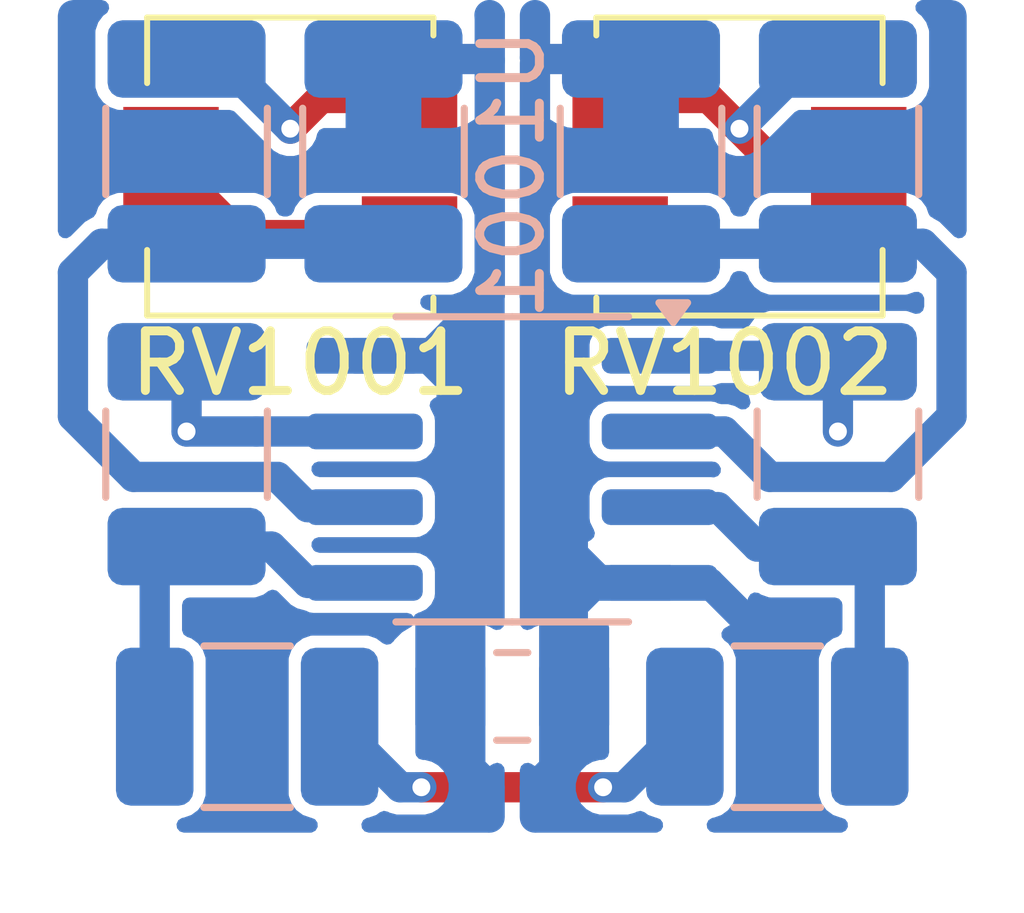
<source format=kicad_pcb>
(kicad_pcb (version 20240108) (generator "pcbnew") (generator_version "8.0")
  (layers (0 "F.Cu" mixed) (31 "B.Cu" mixed) (34 "B.Paste" user) (35 "F.Paste" user) (36 "B.SilkS" user "B.Silkscreen") (37 "F.SilkS" user "F.Silkscreen") (38 "B.Mask" user) (39 "F.Mask" user) (44 "Edge.Cuts" user))
  (net 0 "")
  (net 1 "+10V_compare-logic")
  (net 2 "-5V_compare-logic")
  (net 3 "/meas")
  (net 4 "/ule")
  (net 5 "/~{lle}")
  (net 6 "/ul")
  (net 7 "/ll")
  (net 8 "/u-")
  (net 9 "/upot")
  (net 10 "/lpot")
  (net 11 "/l-")
  (net 12 "/u+")
  (net 13 "/l+")
  (footprint "pss:Potentiometer_Bourns_PVG5H" (layer "F.Cu") (at 80.098 61.214 90)
    (property "Reference" "RV1001" (at -3.302 0.166 0) (layer "F.SilkS"))
    (property "Value" "1k")
    (fp_line (start 2.5 -2.4) (end 2.5 2.4) (stroke (width 0.1)) (layer "F.SilkS"))
    (fp_line (start 1.4 -2.4) (end 2.5 -2.4) (stroke (width 0.1)) (layer "F.SilkS"))
    (fp_line (start -2.5 -2.4) (end -1.4 -2.4) (stroke (width 0.1)) (layer "F.SilkS"))
    (fp_line (start 2.5 2.4) (end 2.2 2.4) (stroke (width 0.1)) (layer "F.SilkS"))
    (fp_line (start -2.2 2.4) (end -2.5 2.4) (stroke (width 0.1)) (layer "F.SilkS"))
    (fp_line (start -2.5 2.4) (end -2.5 -2.4) (stroke (width 0.1)) (layer "F.SilkS"))
    (pad "1" smd rect (at 1.15 2 90) (size 1.3 1.6) (layers "F.Cu" "F.Paste" "F.Mask") (net 9 "/upot"))
    (pad "2" smd rect (at 0 -2 90) (size 2 1.6) (layers "F.Cu" "F.Paste" "F.Mask") (net 6 "/ul"))
    (pad "3" smd rect (at -1.15 2 90) (size 1.3 1.6) (layers "F.Cu" "F.Paste" "F.Mask") (net 6 "/ul"))
  )
  (footprint "pss:Potentiometer_Bourns_PVG5H" (layer "F.Cu") (at 87.63 61.214 -90)
    (property "Reference" "RV1002" (at 3.302 0.254 180) (layer "F.SilkS"))
    (property "Value" "1k")
    (fp_line (start -2.5 2.4) (end -2.5 -2.4) (stroke (width 0.1)) (layer "F.SilkS"))
    (fp_line (start -2.2 2.4) (end -2.5 2.4) (stroke (width 0.1)) (layer "F.SilkS"))
    (fp_line (start 2.5 2.4) (end 2.2 2.4) (stroke (width 0.1)) (layer "F.SilkS"))
    (fp_line (start -2.5 -2.4) (end -1.4 -2.4) (stroke (width 0.1)) (layer "F.SilkS"))
    (fp_line (start 1.4 -2.4) (end 2.5 -2.4) (stroke (width 0.1)) (layer "F.SilkS"))
    (fp_line (start 2.5 -2.4) (end 2.5 2.4) (stroke (width 0.1)) (layer "F.SilkS"))
    (pad "1" smd rect (at 1.15 2 270) (size 1.3 1.6) (layers "F.Cu" "F.Paste" "F.Mask") (net 7 "/ll"))
    (pad "2" smd rect (at 0 -2 270) (size 2 1.6) (layers "F.Cu" "F.Paste" "F.Mask") (net 10 "/lpot"))
    (pad "3" smd rect (at -1.15 2 270) (size 1.3 1.6) (layers "F.Cu" "F.Paste" "F.Mask") (net 10 "/lpot"))
  )
  (footprint "pss:R_1210_3225Metric_Pad1.30x2.65mm_HandSolder" (layer "B.Cu") (at 89.281 66.04 90)
    (property "Reference" "R1008" (hide yes))
    (property "Value" "1M")
    (fp_line (start 0.723737 -1.355) (end -0.723737 -1.355) (stroke (width 0.12)) (layer "B.SilkS"))
    (fp_line (start 0.723737 1.355) (end -0.723737 1.355) (stroke (width 0.12)) (layer "B.SilkS"))
    (pad "1" smd roundrect (at -1.55 0 90) (size 1.3 2.65) (layers "B.Cu" "B.Paste" "B.Mask") (roundrect_rratio 0.192308) (net 13 "/l+"))
    (pad "2" smd roundrect (at 1.55 0 90) (size 1.3 2.65) (layers "B.Cu" "B.Paste" "B.Mask") (roundrect_rratio 0.192308) (net 5 "/~{lle}"))
  )
  (footprint "pss:R_1210_3225Metric_Pad1.30x2.65mm_HandSolder" (layer "B.Cu") (at 78.359 60.96 90)
    (property "Reference" "R1002" (hide yes))
    (property "Value" "22")
    (fp_line (start 0.723737 -1.355) (end -0.723737 -1.355) (stroke (width 0.12)) (layer "B.SilkS"))
    (fp_line (start 0.723737 1.355) (end -0.723737 1.355) (stroke (width 0.12)) (layer "B.SilkS"))
    (pad "1" smd roundrect (at -1.55 0 90) (size 1.3 2.65) (layers "B.Cu" "B.Paste" "B.Mask") (roundrect_rratio 0.192308) (net 8 "/u-"))
    (pad "2" smd roundrect (at 1.55 0 90) (size 1.3 2.65) (layers "B.Cu" "B.Paste" "B.Mask") (roundrect_rratio 0.192308) (net 9 "/upot"))
  )
  (footprint "pss:SOIC-8_3.9x4.9mm_P1.27mm" (layer "B.Cu") (at 83.82 66.294 180)
    (property "Reference" "U1001" (at 0 4.953 -90) (layer "B.SilkS") (effects (justify mirror)))
    (property "Value" "TLV9352")
    (fp_line (start 1.95 2.56) (end 0 2.56) (stroke (width 0.12)) (layer "B.SilkS"))
    (fp_line (start 1.95 -2.56) (end 0 -2.56) (stroke (width 0.12)) (layer "B.SilkS"))
    (fp_line (start -1.95 2.56) (end 0 2.56) (stroke (width 0.12)) (layer "B.SilkS"))
    (fp_line (start -1.95 -2.56) (end 0 -2.56) (stroke (width 0.12)) (layer "B.SilkS"))
    (fp_poly (pts (xy -2.7 2.465) (xy -2.94 2.795) (xy -2.46 2.795) (xy -2.7 2.465)) (stroke (width 0.12)) (fill solid) (layer "B.SilkS"))
    (pad "1" smd roundrect (at -2.475 1.905 180) (size 1.95 0.6) (layers "B.Cu" "B.Paste" "B.Mask") (net 5 "/~{lle}"))
    (pad "2" smd roundrect (at -2.475 0.635 180) (size 1.95 0.6) (layers "B.Cu" "B.Paste" "B.Mask") (net 11 "/l-"))
    (pad "3" smd roundrect (at -2.475 -0.635 180) (size 1.95 0.6) (layers "B.Cu" "B.Paste" "B.Mask") (net 13 "/l+"))
    (pad "4" smd roundrect (at -2.475 -1.905 180) (size 1.95 0.6) (layers "B.Cu" "B.Paste" "B.Mask") (net 2 "-5V_compare-logic"))
    (pad "5" smd roundrect (at 2.475 -1.905 180) (size 1.95 0.6) (layers "B.Cu" "B.Paste" "B.Mask") (net 12 "/u+"))
    (pad "6" smd roundrect (at 2.475 -0.635 180) (size 1.95 0.6) (layers "B.Cu" "B.Paste" "B.Mask") (net 8 "/u-"))
    (pad "7" smd roundrect (at 2.475 0.635 180) (size 1.95 0.6) (layers "B.Cu" "B.Paste" "B.Mask") (net 4 "/ule"))
    (pad "8" smd roundrect (at 2.475 1.905 180) (size 1.95 0.6) (layers "B.Cu" "B.Paste" "B.Mask") (net 1 "+10V_compare-logic"))
  )
  (footprint "pss:R_1210_3225Metric_Pad1.30x2.65mm_HandSolder" (layer "B.Cu") (at 88.265 70.612)
    (property "Reference" "R1006" (hide yes))
    (property "Value" "0")
    (fp_line (start 0.723737 -1.355) (end -0.723737 -1.355) (stroke (width 0.12)) (layer "B.SilkS"))
    (fp_line (start 0.723737 1.355) (end -0.723737 1.355) (stroke (width 0.12)) (layer "B.SilkS"))
    (pad "1" smd roundrect (at -1.55 0) (size 1.3 2.65) (layers "B.Cu" "B.Paste" "B.Mask") (roundrect_rratio 0.192308) (net 3 "/meas"))
    (pad "2" smd roundrect (at 1.55 0) (size 1.3 2.65) (layers "B.Cu" "B.Paste" "B.Mask") (roundrect_rratio 0.192308) (net 13 "/l+"))
  )
  (footprint "pss:R_1210_3225Metric_Pad1.30x2.65mm_HandSolder" (layer "B.Cu") (at 81.661 60.96 -90)
    (property "Reference" "R1001" (hide yes))
    (property "Value" "100k")
    (fp_line (start 0.723737 1.355) (end -0.723737 1.355) (stroke (width 0.12)) (layer "B.SilkS"))
    (fp_line (start 0.723737 -1.355) (end -0.723737 -1.355) (stroke (width 0.12)) (layer "B.SilkS"))
    (pad "1" smd roundrect (at -1.55 0 270) (size 1.3 2.65) (layers "B.Cu" "B.Paste" "B.Mask") (roundrect_rratio 0.192308) (net 1 "+10V_compare-logic"))
    (pad "2" smd roundrect (at 1.55 0 270) (size 1.3 2.65) (layers "B.Cu" "B.Paste" "B.Mask") (roundrect_rratio 0.192308) (net 8 "/u-"))
  )
  (footprint "pss:R_1210_3225Metric_Pad1.30x2.65mm_HandSolder" (layer "B.Cu") (at 79.375 70.612 180)
    (property "Reference" "R1005" (hide yes))
    (property "Value" "0")
    (fp_line (start 0.723737 1.355) (end -0.723737 1.355) (stroke (width 0.12)) (layer "B.SilkS"))
    (fp_line (start 0.723737 -1.355) (end -0.723737 -1.355) (stroke (width 0.12)) (layer "B.SilkS"))
    (pad "1" smd roundrect (at -1.55 0 180) (size 1.3 2.65) (layers "B.Cu" "B.Paste" "B.Mask") (roundrect_rratio 0.192308) (net 3 "/meas"))
    (pad "2" smd roundrect (at 1.55 0 180) (size 1.3 2.65) (layers "B.Cu" "B.Paste" "B.Mask") (roundrect_rratio 0.192308) (net 12 "/u+"))
  )
  (footprint "pss:R_1210_3225Metric_Pad1.30x2.65mm_HandSolder" (layer "B.Cu") (at 78.359 66.04 90)
    (property "Reference" "R1007" (hide yes))
    (property "Value" "1M")
    (fp_line (start 0.723737 -1.355) (end -0.723737 -1.355) (stroke (width 0.12)) (layer "B.SilkS"))
    (fp_line (start 0.723737 1.355) (end -0.723737 1.355) (stroke (width 0.12)) (layer "B.SilkS"))
    (pad "1" smd roundrect (at -1.55 0 90) (size 1.3 2.65) (layers "B.Cu" "B.Paste" "B.Mask") (roundrect_rratio 0.192308) (net 12 "/u+"))
    (pad "2" smd roundrect (at 1.55 0 90) (size 1.3 2.65) (layers "B.Cu" "B.Paste" "B.Mask") (roundrect_rratio 0.192308) (net 4 "/ule"))
  )
  (footprint "pss:C_0805_2012Metric_Pad1.18x1.45mm_HandSolder" (layer "B.Cu") (at 83.82 70.104 180)
    (property "Reference" "C1001" (hide yes))
    (property "Value" "100n")
    (fp_line (start 0.261252 0.735) (end -0.261252 0.735) (stroke (width 0.12)) (layer "B.SilkS"))
    (fp_line (start 0.261252 -0.735) (end -0.261252 -0.735) (stroke (width 0.12)) (layer "B.SilkS"))
    (pad "1" smd roundrect (at -1.0375 0 180) (size 1.175 1.45) (layers "B.Cu" "B.Paste" "B.Mask") (roundrect_rratio 0.212766) (net 2 "-5V_compare-logic"))
    (pad "2" smd roundrect (at 1.0375 0 180) (size 1.175 1.45) (layers "B.Cu" "B.Paste" "B.Mask") (roundrect_rratio 0.212766) (net 1 "+10V_compare-logic"))
  )
  (footprint "pss:R_1210_3225Metric_Pad1.30x2.65mm_HandSolder" (layer "B.Cu") (at 89.281 60.96 -90)
    (property "Reference" "R1003" (hide yes))
    (property "Value" "22")
    (fp_line (start 0.723737 1.355) (end -0.723737 1.355) (stroke (width 0.12)) (layer "B.SilkS"))
    (fp_line (start 0.723737 -1.355) (end -0.723737 -1.355) (stroke (width 0.12)) (layer "B.SilkS"))
    (pad "1" smd roundrect (at -1.55 0 270) (size 1.3 2.65) (layers "B.Cu" "B.Paste" "B.Mask") (roundrect_rratio 0.192308) (net 10 "/lpot"))
    (pad "2" smd roundrect (at 1.55 0 270) (size 1.3 2.65) (layers "B.Cu" "B.Paste" "B.Mask") (roundrect_rratio 0.192308) (net 11 "/l-"))
  )
  (footprint "pss:R_1210_3225Metric_Pad1.30x2.65mm_HandSolder" (layer "B.Cu") (at 85.979 60.96 90)
    (property "Reference" "R1004" (hide yes))
    (property "Value" "100k")
    (fp_line (start 0.723737 -1.355) (end -0.723737 -1.355) (stroke (width 0.12)) (layer "B.SilkS"))
    (fp_line (start 0.723737 1.355) (end -0.723737 1.355) (stroke (width 0.12)) (layer "B.SilkS"))
    (pad "1" smd roundrect (at -1.55 0 90) (size 1.3 2.65) (layers "B.Cu" "B.Paste" "B.Mask") (roundrect_rratio 0.192308) (net 11 "/l-"))
    (pad "2" smd roundrect (at 1.55 0 90) (size 1.3 2.65) (layers "B.Cu" "B.Paste" "B.Mask") (roundrect_rratio 0.192308) (net 2 "-5V_compare-logic"))
  )
  (segment (start 82.38 64.389) (end 81.345 64.389) (width 0.508) (layer "B.Cu") (net 1))
  (segment (start 82.804 70.0825) (end 82.7825 70.104) (width 0.508) (layer "B.Cu") (net 1))
  (segment (start 82.423 64.389) (end 82.804 64.008) (width 0.508) (layer "B.Cu") (net 1))
  (segment (start 83.4172 59.41) (end 83.4432 59.436) (width 0.508) (layer "B.Cu") (net 1))
  (segment (start 83.4432 58.6782) (end 83.439 58.674) (width 0.508) (layer "B.Cu") (net 1))
  (segment (start 82.804 64.813) (end 82.804 70.0825) (width 0.508) (layer "B.Cu") (net 1))
  (segment (start 82.7825 70.104) (end 82.7825 70.9715) (width 0.508) (layer "B.Cu") (net 1))
  (segment (start 82.7825 70.9715) (end 83.439 71.628) (width 0.508) (layer "B.Cu") (net 1))
  (segment (start 83.4432 59.436) (end 83.4432 63.3688) (width 0.508) (layer "B.Cu") (net 1))
  (segment (start 81.345 64.389) (end 82.423 64.389) (width 0.508) (layer "B.Cu") (net 1))
  (segment (start 83.439 71.628) (end 83.439 72.136) (width 0.508) (layer "B.Cu") (net 1))
  (segment (start 81.661 59.41) (end 83.4172 59.41) (width 0.508) (layer "B.Cu") (net 1))
  (segment (start 83.4432 63.3688) (end 82.804 64.008) (width 0.508) (layer "B.Cu") (net 1))
  (segment (start 82.804 64.813) (end 82.804 64.008) (width 0.508) (layer "B.Cu") (net 1))
  (segment (start 83.4432 59.436) (end 83.4432 58.6782) (width 0.508) (layer "B.Cu") (net 1))
  (segment (start 82.38 64.389) (end 82.804 64.813) (width 0.508) (layer "B.Cu") (net 1))
  (segment (start 84.836 64.008) (end 84.1968 63.3688) (width 0.508) (layer "B.Cu") (net 2))
  (segment (start 88.138 69.215) (end 88.265 69.342) (width 0.508) (layer "B.Cu") (net 2))
  (segment (start 86.295 68.199) (end 87.122 68.199) (width 0.508) (layer "B.Cu") (net 2))
  (segment (start 85.320001 68.199) (end 86.295 68.199) (width 0.508) (layer "B.Cu") (net 2))
  (segment (start 84.836 68.58) (end 84.836 70.0825) (width 0.508) (layer "B.Cu") (net 2))
  (segment (start 84.836 67.714999) (end 84.836 64.008) (width 0.508) (layer "B.Cu") (net 2))
  (segment (start 84.836 67.714999) (end 84.836 68.58) (width 0.508) (layer "B.Cu") (net 2))
  (segment (start 84.8575 70.104) (end 84.8575 70.9715) (width 0.508) (layer "B.Cu") (net 2))
  (segment (start 84.201 59.3894) (end 84.201 58.674) (width 0.508) (layer "B.Cu") (net 2))
  (segment (start 85.320001 68.199) (end 84.836 67.714999) (width 0.508) (layer "B.Cu") (net 2))
  (segment (start 84.201 71.628) (end 84.201 72.136) (width 0.508) (layer "B.Cu") (net 2))
  (segment (start 84.1968 61.81014) (end 84.201 61.80594) (width 0.508) (layer "B.Cu") (net 2))
  (segment (start 87.122 68.199) (end 88.138 69.215) (width 0.508) (layer "B.Cu") (net 2))
  (segment (start 86.295 68.199) (end 85.217 68.199) (width 0.508) (layer "B.Cu") (net 2))
  (segment (start 88.265 69.342) (end 88.265 69.469) (width 0.508) (layer "B.Cu") (net 2))
  (segment (start 84.201 61.80594) (end 84.201 59.4826) (width 0.508) (layer "B.Cu") (net 2))
  (segment (start 85.217 68.199) (end 84.836 68.58) (width 0.508) (layer "B.Cu") (net 2))
  (segment (start 84.1968 63.3688) (end 84.1968 61.81014) (width 0.508) (layer "B.Cu") (net 2))
  (segment (start 85.979 59.41) (end 84.2216 59.41) (width 0.508) (layer "B.Cu") (net 2))
  (segment (start 84.2216 59.41) (end 84.201 59.3894) (width 0.508) (layer "B.Cu") (net 2))
  (segment (start 84.8575 70.9715) (end 84.201 71.628) (width 0.508) (layer "B.Cu") (net 2))
  (segment (start 84.836 70.0825) (end 84.8575 70.104) (width 0.508) (layer "B.Cu") (net 2))
  (segment (start 88.265 69.469) (end 88.265 70.612) (width 0.508) (layer "B.Cu") (net 2))
  (segment (start 82.296 71.628) (end 85.344 71.628) (width 0.508) (layer "F.Cu") (net 3))
  (via (at 82.296 71.628) (size 0.5) (drill 0.3) (layers "F.Cu" "B.Cu") (net 3))
  (via (at 85.344 71.628) (size 0.5) (drill 0.3) (layers "F.Cu" "B.Cu") (net 3))
  (segment (start 85.344 71.628) (end 85.699 71.628) (width 0.508) (layer "B.Cu") (net 3))
  (segment (start 85.699 71.628) (end 86.715 70.612) (width 0.508) (layer "B.Cu") (net 3))
  (segment (start 80.925 70.612) (end 81.941 71.628) (width 0.508) (layer "B.Cu") (net 3))
  (segment (start 81.941 71.628) (end 82.296 71.628) (width 0.508) (layer "B.Cu") (net 3))
  (via (at 78.359 65.659) (size 0.5) (drill 0.3) (layers "F.Cu" "B.Cu") (net 4))
  (segment (start 79.528 65.659) (end 78.359 65.659) (width 0.508) (layer "B.Cu") (net 4))
  (segment (start 81.345 65.659) (end 79.528 65.659) (width 0.508) (layer "B.Cu") (net 4))
  (segment (start 78.359 65.659) (end 78.359 64.49) (width 0.508) (layer "B.Cu") (net 4))
  (via (at 89.281 65.659) (size 0.5) (drill 0.3) (layers "F.Cu" "B.Cu") (net 5))
  (segment (start 86.295 64.389) (end 89.18 64.389) (width 0.508) (layer "B.Cu") (net 5))
  (segment (start 89.18 64.389) (end 89.281 64.49) (width 0.508) (layer "B.Cu") (net 5))
  (segment (start 89.281 65.659) (end 89.281 64.49) (width 0.508) (layer "B.Cu") (net 5))
  (segment (start 82.098 62.364) (end 79.248 62.364) (width 0.508) (layer "F.Cu") (net 6))
  (segment (start 79.248 62.364) (end 78.098 61.214) (width 0.508) (layer "F.Cu") (net 6))
  (segment (start 76.454 62.992) (end 76.936 62.51) (width 0.508) (layer "B.Cu") (net 8))
  (segment (start 79.883 66.421) (end 77.47 66.421) (width 0.508) (layer "B.Cu") (net 8))
  (segment (start 76.936 62.51) (end 78.359 62.51) (width 0.508) (layer "B.Cu") (net 8))
  (segment (start 80.391 66.929) (end 79.883 66.421) (width 0.508) (layer "B.Cu") (net 8))
  (segment (start 76.454 65.405) (end 76.454 62.992) (width 0.508) (layer "B.Cu") (net 8))
  (segment (start 78.359 62.51) (end 81.661 62.51) (width 0.508) (layer "B.Cu") (net 8))
  (segment (start 81.345 66.929) (end 80.391 66.929) (width 0.508) (layer "B.Cu") (net 8))
  (segment (start 77.47 66.421) (end 76.454 65.405) (width 0.508) (layer "B.Cu") (net 8))
  (segment (start 80.613 60.064) (end 82.098 60.064) (width 0.508) (layer "F.Cu") (net 9))
  (segment (start 80.098 60.579) (end 80.613 60.064) (width 0.508) (layer "F.Cu") (net 9))
  (via (at 80.098 60.579) (size 0.5) (drill 0.3) (layers "F.Cu" "B.Cu") (net 9))
  (segment (start 78.929 59.41) (end 80.098 60.579) (width 0.508) (layer "B.Cu") (net 9))
  (segment (start 78.359 59.41) (end 78.929 59.41) (width 0.508) (layer "B.Cu") (net 9))
  (segment (start 88.265 61.214) (end 89.63 61.214) (width 0.508) (layer "F.Cu") (net 10))
  (segment (start 87.63 60.579) (end 87.115 60.064) (width 0.508) (layer "F.Cu") (net 10))
  (segment (start 87.63 60.579) (end 88.265 61.214) (width 0.508) (layer "F.Cu") (net 10))
  (segment (start 87.115 60.064) (end 85.63 60.064) (width 0.508) (layer "F.Cu") (net 10))
  (via (at 87.63 60.579) (size 0.5) (drill 0.3) (layers "F.Cu" "B.Cu") (net 10))
  (segment (start 88.672 59.41) (end 88.392 59.69) (width 0.508) (layer "B.Cu") (net 10))
  (segment (start 88.672 59.41) (end 88.672 59.537) (width 0.508) (layer "B.Cu") (net 10))
  (segment (start 89.281 59.41) (end 88.672 59.41) (width 0.508) (layer "B.Cu") (net 10))
  (segment (start 88.672 59.537) (end 87.63 60.579) (width 0.508) (layer "B.Cu") (net 10))
  (segment (start 88.138 66.421) (end 90.17 66.421) (width 0.508) (layer "B.Cu") (net 11))
  (segment (start 87.376 65.659) (end 88.138 66.421) (width 0.508) (layer "B.Cu") (net 11))
  (segment (start 86.295 65.659) (end 87.376 65.659) (width 0.508) (layer "B.Cu") (net 11))
  (segment (start 90.17 66.421) (end 91.186 65.405) (width 0.508) (layer "B.Cu") (net 11))
  (segment (start 91.186 62.992) (end 90.704 62.51) (width 0.508) (layer "B.Cu") (net 11))
  (segment (start 90.704 62.51) (end 89.281 62.51) (width 0.508) (layer "B.Cu") (net 11))
  (segment (start 91.186 65.405) (end 91.186 62.992) (width 0.508) (layer "B.Cu") (net 11))
  (segment (start 89.281 62.51) (end 85.979 62.51) (width 0.508) (layer "B.Cu") (net 11))
  (segment (start 77.825 68.124) (end 78.359 67.59) (width 0.508) (layer "B.Cu") (net 12))
  (segment (start 79.782 67.59) (end 80.391 68.199) (width 0.508) (layer "B.Cu") (net 12))
  (segment (start 78.359 67.59) (end 79.782 67.59) (width 0.508) (layer "B.Cu") (net 12))
  (segment (start 77.825 70.612) (end 77.825 68.124) (width 0.508) (layer "B.Cu") (net 12))
  (segment (start 80.391 68.199) (end 81.345 68.199) (width 0.508) (layer "B.Cu") (net 12))
  (segment (start 89.815 70.612) (end 89.815 68.124) (width 0.508) (layer "B.Cu") (net 13))
  (segment (start 86.295 66.929) (end 87.269999 66.929) (width 0.508) (layer "B.Cu") (net 13))
  (segment (start 89.815 68.124) (end 89.281 67.59) (width 0.508) (layer "B.Cu") (net 13))
  (segment (start 87.930999 67.59) (end 89.281 67.59) (width 0.508) (layer "B.Cu") (net 13))
  (segment (start 87.269999 66.929) (end 87.930999 67.59) (width 0.508) (layer "B.Cu") (net 13))
  (zone (net 1) (net_name "+10V_compare-logic") (layer "B.Cu") (priority 110) (connect_pads (clearance 0)) (min_thickness 0.254) (fill yes (thermal_gap 0.508) (thermal_bridge_width 1.27) (smoothing fillet) (radius 0.254))
    (polygon (pts (xy 76.2 58.42) (xy 83.693 58.42) (xy 83.693 72.39) (xy 76.2 72.39)))
  )
  (zone (net 2) (net_name "-5V_compare-logic") (layer "B.Cu") (priority 110) (connect_pads (clearance 0)) (min_thickness 0.254) (fill yes (thermal_gap 0.508) (thermal_bridge_width 1.27) (smoothing fillet) (radius 0.254))
    (polygon (pts (xy 83.947 58.42) (xy 91.44 58.42) (xy 91.44 72.39) (xy 83.947 72.39)))
  )
)
</source>
